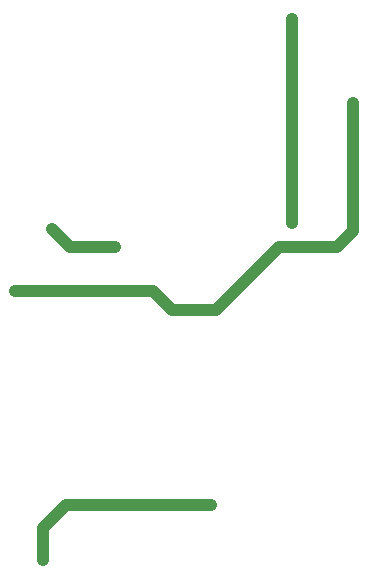
<source format=gbr>
%TF.GenerationSoftware,Altium Limited,Altium Designer,20.1.8 (145)*%
G04 Layer_Color=278392*
%FSLAX45Y45*%
%MOMM*%
%TF.SameCoordinates,2A241EDF-A570-403E-9AC0-7F4DA974E4D7*%
%TF.FilePolarity,Positive*%
%TF.FileFunction,Other,Route_Tool_Path*%
%TF.Part,Single*%
G01*
G75*
%TA.AperFunction,NonConductor*%
%ADD60C,1.00000*%
D60*
X3987800Y1237440D02*
Y1512198D01*
X5983411Y3893259D02*
X6479678D01*
X6096000Y4089400D02*
Y5816600D01*
X6609052Y4022633D02*
Y5105400D01*
X6479678Y3893259D02*
X6609052Y4022633D01*
X4216400Y3886200D02*
X4597400D01*
X4064000Y4038600D02*
X4216400Y3886200D01*
X3746500Y3517900D02*
X4914900Y3517900D01*
X5075810Y3356990D01*
X5447142D01*
X5983411Y3893259D01*
X4185123Y1709522D02*
X5410200D01*
X3987800Y1512198D02*
X4185123Y1709522D01*
%TF.MD5,e83c76bba876286f976e43a4f48d712e*%
M02*

</source>
